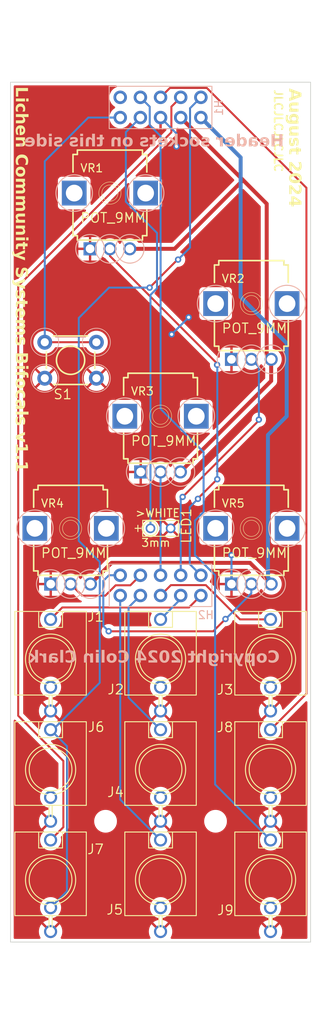
<source format=kicad_pcb>
(kicad_pcb (version 20221018) (generator pcbnew)
  (title_block (title "Lichen Bifocals") (date "2024-02-21") (rev "1.0") (company "Lichen Community Systems"))
  (layers (0 "F.Cu" signal) (31 "B.Cu" signal) (34 "B.Paste" user) (35 "F.Paste" user) (36 "B.SilkS" user "B.Silkscreen") (37 "F.SilkS" user "F.Silkscreen") (38 "B.Mask" user) (39 "F.Mask" user) (44 "Edge.Cuts" user))
  (net 0 "")
  (net 1 "GND")
  (net 2 "LED_CV_OUT")
  (net 3 "JACK_CV_5")
  (net 4 "JACK_CV_1")
  (net 5 "POT_1_CV_6")
  (net 6 "JACK_CV_2")
  (net 7 "POT_2_CV_7")
  (net 8 "JACK_CV_3")
  (net 9 "POT_3_CV_8")
  (net 10 "JACK_CV_4")
  (net 11 "BUTTON")
  (net 12 "AUDIO_IN_L")
  (net 13 "AUDIO_IN_R")
  (net 14 "AUDIO_OUT_L")
  (net 15 "AUDIO_OUT_R")
  (net 17 "+3.3V")
  (net 18 "POT_4_CV_9")
  (net 19 "POT_5_CV_10")
  (net 20 "+5V")
  (footprint "ES_Daisy_Patch_SM_FB_Rev1:S_JACK" (layer "F.Cu") (at 134.004 210.429)
    (fp_text reference "J9" (at -6.814 4.531 180) (layer "F.SilkS") (effects (font (size 1.2065 1.2065)) (justify left bottom)))
    (fp_text value "EURO_JACK" hide)
    (fp_line (start -4.5 -6) (end -4.5 4.5) (stroke (width 0.127)) (layer "F.SilkS"))
    (fp_line (start -4.5 -6) (end -1.5 -6) (stroke (width 0.127)) (layer "F.SilkS"))
    (fp_line (start -4.5 4.5) (end 0.2 4.5) (stroke (width 0.127)) (layer "F.SilkS"))
    (fp_line (start -1.5 -6) (end -1.5 -4) (stroke (width 0.127)) (layer "F.SilkS"))
    (fp_line (start -1.5 -6) (end 1.5 -6) (stroke (width 0.127)) (layer "F.SilkS"))
    (fp_line (start -1.5 -4) (end 1.5 -4) (stroke (width 0.127)) (layer "F.SilkS"))
    (fp_line (start -0.2 4.6) (end -0.2 6.7) (stroke (width 0.127)) (layer "F.SilkS"))
    (fp_line (start -0.2 6.7) (end 0.2 6.7) (stroke (width 0.127)) (layer "F.SilkS"))
    (fp_line (start 0.2 4.5) (end 4.5 4.5) (stroke (width 0.127)) (layer "F.SilkS"))
    (fp_line (start 0.2 6.7) (end 0.2 4.5) (stroke (width 0.127)) (layer "F.SilkS"))
    (fp_line (start 1.5 -6) (end 4.5 -6) (stroke (width 0.127)) (layer "F.SilkS"))
    (fp_line (start 1.5 -4) (end 1.5 -6) (stroke (width 0.127)) (layer "F.SilkS"))
    (fp_line (start 4.5 4.5) (end 4.5 -6) (stroke (width 0.127)) (layer "F.SilkS"))
    (fp_circle (center 0 0) (end 2.690721 0) (stroke (width 0.127)) (fill none) (layer "F.SilkS"))
    (fp_circle (center 0 0) (end 3.162275 0) (stroke (width 0.127)) (fill none) (layer "F.SilkS"))
    (pad "GND" thru_hole circle (at 0 6.5) (size 1.65 1.65) (drill 1.1) (layers "*.Cu" "*.Mask") (net 1 "GND"))
    (pad "NORM" thru_hole circle (at 0 3.5) (size 1.65 1.65) (drill 1.1) (layers "*.Cu" "*.Mask"))
    (pad "TIP" thru_hole circle (at 0 -5) (size 1.65 1.65) (drill 1.1) (layers "*.Cu" "*.Mask") (net 15 "AUDIO_OUT_R"))
  )
  (footprint "ES_Daisy_Patch_SM_FB_Rev1:S_JACK" (layer "F.Cu") (at 106.297 196.577)
    (fp_text reference "J6" (at 4.614 -4.627 180) (layer "F.SilkS") (effects (font (size 1.2065 1.2065)) (justify left bottom)))
    (fp_text value "EURO_JACK" hide)
    (fp_line (start -4.5 -6) (end -4.5 4.5) (stroke (width 0.127)) (layer "F.SilkS"))
    (fp_line (start -4.5 -6) (end -1.5 -6) (stroke (width 0.127)) (layer "F.SilkS"))
    (fp_line (start -4.5 4.5) (end 0.2 4.5) (stroke (width 0.127)) (layer "F.SilkS"))
    (fp_line (start -1.5 -6) (end -1.5 -4) (stroke (width 0.127)) (layer "F.SilkS"))
    (fp_line (start -1.5 -6) (end 1.5 -6) (stroke (width 0.127)) (layer "F.SilkS"))
    (fp_line (start -1.5 -4) (end 1.5 -4) (stroke (width 0.127)) (layer "F.SilkS"))
    (fp_line (start -0.2 4.6) (end -0.2 6.7) (stroke (width 0.127)) (layer "F.SilkS"))
    (fp_line (start -0.2 6.7) (end 0.2 6.7) (stroke (width 0.127)) (layer "F.SilkS"))
    (fp_line (start 0.2 4.5) (end 4.5 4.5) (stroke (width 0.127)) (layer "F.SilkS"))
    (fp_line (start 0.2 6.7) (end 0.2 4.5) (stroke (width 0.127)) (layer "F.SilkS"))
    (fp_line (start 1.5 -6) (end 4.5 -6) (stroke (width 0.127)) (layer "F.SilkS"))
    (fp_line (start 1.5 -4) (end 1.5 -6) (stroke (width 0.127)) (layer "F.SilkS"))
    (fp_line (start 4.5 4.5) (end 4.5 -6) (stroke (width 0.127)) (layer "F.SilkS"))
    (fp_circle (center 0 0) (end 2.690721 0) (stroke (width 0.127)) (fill none) (layer "F.SilkS"))
    (fp_circle (center 0 0) (end 3.162275 0) (stroke (width 0.127)) (fill none) (layer "F.SilkS"))
    (pad "GND" thru_hole circle (at 0 6.5) (size 1.65 1.65) (drill 1.1) (layers "*.Cu" "*.Mask") (net 1 "GND"))
    (pad "NORM" thru_hole circle (at 0 3.5) (size 1.65 1.65) (drill 1.1) (layers "*.Cu" "*.Mask"))
    (pad "TIP" thru_hole circle (at 0 -5) (size 1.65 1.65) (drill 1.1) (layers "*.Cu" "*.Mask") (net 12 "AUDIO_IN_L"))
  )
  (footprint "ES_Daisy_Patch_SM_FB_Rev1:9MM_SNAP-IN_POT_SILK" (layer "F.Cu") (at 131.587 166.284)
    (fp_text reference "VR5" (at -3.81 -2.54) (layer "F.SilkS") (effects (font (size 1.01346 1.01346)) (justify left bottom)))
    (fp_text value "POT_9MM" (at -3.81 3.81) (layer "F.SilkS") (effects (font (size 1.2065 1.2065)) (justify left bottom)))
    (fp_circle (center -4.5 0) (end -2.2 0) (stroke (width 0.127)) (fill none) (layer "B.SilkS"))
    (fp_circle (center -2.5 7) (end -0.7 7) (stroke (width 0.127)) (fill none) (layer "B.SilkS"))
    (fp_circle (center 0 7) (end 1.8 7) (stroke (width 0.127)) (fill none) (layer "B.SilkS"))
    (fp_circle (center 2.5 7) (end 4.3 7) (stroke (width 0.127)) (fill none) (layer "B.SilkS"))
    (fp_circle (center 4.5 0) (end 6.8 0) (stroke (width 0.127)) (fill none) (layer "B.SilkS"))
    (fp_line (start -4.65 -2.65) (end -4.65 -4.85) (stroke (width 0.2032)) (layer "F.SilkS"))
    (fp_line (start -4.65 5.35) (end -4.65 2.15) (stroke (width 0.2032)) (layer "F.SilkS"))
    (fp_line (start -4.65 5.35) (end -4.1 5.35) (stroke (width 0.2032)) (layer "F.SilkS"))
    (fp_line (start -4.1 -5.4) (end -4.1 -4.85) (stroke (width 0.2032)) (layer "F.SilkS"))
    (fp_line (start -4.1 -5.4) (end 4.1 -5.4) (stroke (width 0.2032)) (layer "F.SilkS"))
    (fp_line (start -4.1 -4.85) (end -4.65 -4.85) (stroke (width 0.2032)) (layer "F.SilkS"))
    (fp_line (start -4.1 5.35) (end -4.1 5.9) (stroke (width 0.2032)) (layer "F.SilkS"))
    (fp_line (start 4.1 -4.85) (end 4.1 -5.4) (stroke (width 0.2032)) (layer "F.SilkS"))
    (fp_line (start 4.1 5.35) (end 4.65 5.35) (stroke (width 0.2032)) (layer "F.SilkS"))
    (fp_line (start 4.1 5.9) (end -4.1 5.9) (stroke (width 0.2032)) (layer "F.SilkS"))
    (fp_line (start 4.1 5.9) (end 4.1 5.35) (stroke (width 0.2032)) (layer "F.SilkS"))
    (fp_line (start 4.65 -4.85) (end 4.1 -4.85) (stroke (width 0.2032)) (layer "F.SilkS"))
    (fp_line (start 4.65 -4.85) (end 4.65 -2.65) (stroke (width 0.2032)) (layer "F.SilkS"))
    (fp_line (start 4.65 2.15) (end 4.65 5.35) (stroke (width 0.2032)) (layer "F.SilkS"))
    (fp_circle (center 0 0) (end 1.016 0) (stroke (width 0.0508)) (fill none) (layer "F.SilkS"))
    (fp_circle (center 0 0) (end 1.397 0) (stroke (width 0.0508)) (fill none) (layer "F.SilkS"))
    (pad "1" thru_hole rect (at -2.5 7 270) (size 1.65 1.65) (drill 1.1) (layers "*.Cu" "*.Mask") (net 1 "GND"))
    (pad "2" thru_hole circle (at 0 7 270) (size 1.65 1.65) (drill 1.1) (layers "*.Cu" "*.Mask") (net 19 "POT_5_CV_10"))
    (pad "3" thru_hole circle (at 2.5 7 270) (size 1.65 1.65) (drill 1.1) (layers "*.Cu" "*.Mask") (net 17 "+3.3V"))
    (pad "CHASSIS1" thru_hole rect (at -4.5 0 270) (size 3.116 3.116) (drill 2.1) (layers "*.Cu" "*.Mask"))
    (pad "CHASSIS2" thru_hole rect (at 4.5 0 270) (size 3.116 3.116) (drill 2.1) (layers "*.Cu" "*.Mask"))
  )
  (footprint "ES_Daisy_Patch_SM_FB_Rev1:9MM_SNAP-IN_POT_SILK" (layer "F.Cu") (at 113.772 124.176)
    (fp_text reference "VR1" (at -3.81 -2.54) (layer "F.SilkS") (effects (font (size 1.01346 1.01346)) (justify left bottom)))
    (fp_text value "POT_9MM" (at -3.81 3.81) (layer "F.SilkS") (effects (font (size 1.2065 1.2065)) (justify left bottom)))
    (fp_circle (center -4.5 0) (end -2.2 0) (stroke (width 0.127)) (fill none) (layer "B.SilkS"))
    (fp_circle (center -2.5 7) (end -0.7 7) (stroke (width 0.127)) (fill none) (layer "B.SilkS"))
    (fp_circle (center 0 7) (end 1.8 7) (stroke (width 0.127)) (fill none) (layer "B.SilkS"))
    (fp_circle (center 2.5 7) (end 4.3 7) (stroke (width 0.127)) (fill none) (layer "B.SilkS"))
    (fp_circle (center 4.5 0) (end 6.8 0) (stroke (width 0.127)) (fill none) (layer "B.SilkS"))
    (fp_line (start -4.65 -2.65) (end -4.65 -4.85) (stroke (width 0.2032)) (layer "F.SilkS"))
    (fp_line (start -4.65 5.35) (end -4.65 2.15) (stroke (width 0.2032)) (layer "F.SilkS"))
    (fp_line (start -4.65 5.35) (end -4.1 5.35) (stroke (width 0.2032)) (layer "F.SilkS"))
    (fp_line (start -4.1 -5.4) (end -4.1 -4.85) (stroke (width 0.2032)) (layer "F.SilkS"))
    (fp_line (start -4.1 -5.4) (end 4.1 -5.4) (stroke (width 0.2032)) (layer "F.SilkS"))
    (fp_line (start -4.1 -4.85) (end -4.65 -4.85) (stroke (width 0.2032)) (layer "F.SilkS"))
    (fp_line (start -4.1 5.35) (end -4.1 5.9) (stroke (width 0.2032)) (layer "F.SilkS"))
    (fp_line (start 4.1 -4.85) (end 4.1 -5.4) (stroke (width 0.2032)) (layer "F.SilkS"))
    (fp_line (start 4.1 5.35) (end 4.65 5.35) (stroke (width 0.2032)) (layer "F.SilkS"))
    (fp_line (start 4.1 5.9) (end -4.1 5.9) (stroke (width 0.2032)) (layer "F.SilkS"))
    (fp_line (start 4.1 5.9) (end 4.1 5.35) (stroke (width 0.2032)) (layer "F.SilkS"))
    (fp_line (start 4.65 -4.85) (end 4.1 -4.85) (stroke (width 0.2032)) (layer "F.SilkS"))
    (fp_line (start 4.65 -4.85) (end 4.65 -2.65) (stroke (width 0.2032)) (layer "F.SilkS"))
    (fp_line (start 4.65 2.15) (end 4.65 5.35) (stroke (width 0.2032)) (layer "F.SilkS"))
    (fp_circle (center 0 0) (end 1.016 0) (stroke (width 0.0508)) (fill none) (layer "F.SilkS"))
    (fp_circle (center 0 0) (end 1.397 0) (stroke (width 0.0508)) (fill none) (layer "F.SilkS"))
    (pad "1" thru_hole rect (at -2.5 7 270) (size 1.65 1.65) (drill 1.1) (layers "*.Cu" "*.Mask") (net 1 "GND"))
    (pad "2" thru_hole circle (at 0 7 270) (size 1.65 1.65) (drill 1.1) (layers "*.Cu" "*.Mask") (net 5 "POT_1_CV_6"))
    (pad "3" thru_hole circle (at 2.5 7 270) (size 1.65 1.65) (drill 1.1) (layers "*.Cu" "*.Mask") (net 20 "+5V"))
    (pad "CHASSIS1" thru_hole rect (at -4.5 0 270) (size 3.116 3.116) (drill 2.1) (layers "*.Cu" "*.Mask"))
    (pad "CHASSIS2" thru_hole rect (at 4.5 0 270) (size 3.116 3.116) (drill 2.1) (layers "*.Cu" "*.Mask"))
  )
  (footprint "ES_Daisy_Patch_SM_FB_Rev1:9MM_SNAP-IN_POT_SILK" (layer "F.Cu") (at 120.15 152.203)
    (fp_text reference "VR3" (at -3.81 -2.54) (layer "F.SilkS") (effects (font (size 1.01346 1.01346)) (justify left bottom)))
    (fp_text value "POT_9MM" (at -3.81 3.81) (layer "F.SilkS") (effects (font (size 1.2065 1.2065)) (justify left bottom)))
    (fp_circle (center -4.5 0) (end -2.2 0) (stroke (width 0.127)) (fill none) (layer "B.SilkS"))
    (fp_circle (center -2.5 7) (end -0.7 7) (stroke (width 0.127)) (fill none) (layer "B.SilkS"))
    (fp_circle (center 0 7) (end 1.8 7) (stroke (width 0.127)) (fill none) (layer "B.SilkS"))
    (fp_circle (center 2.5 7) (end 4.3 7) (stroke (width 0.127)) (fill none) (layer "B.SilkS"))
    (fp_circle (center 4.5 0) (end 6.8 0) (stroke (width 0.127)) (fill none) (layer "B.SilkS"))
    (fp_line (start -4.65 -2.65) (end -4.65 -4.85) (stroke (width 0.2032)) (layer "F.SilkS"))
    (fp_line (start -4.65 5.35) (end -4.65 2.15) (stroke (width 0.2032)) (layer "F.SilkS"))
    (fp_line (start -4.65 5.35) (end -4.1 5.35) (stroke (width 0.2032)) (layer "F.SilkS"))
    (fp_line (start -4.1 -5.4) (end -4.1 -4.85) (stroke (width 0.2032)) (layer "F.SilkS"))
    (fp_line (start -4.1 -5.4) (end 4.1 -5.4) (stroke (width 0.2032)) (layer "F.SilkS"))
    (fp_line (start -4.1 -4.85) (end -4.65 -4.85) (stroke (width 0.2032)) (layer "F.SilkS"))
    (fp_line (start -4.1 5.35) (end -4.1 5.9) (stroke (width 0.2032)) (layer "F.SilkS"))
    (fp_line (start 4.1 -4.85) (end 4.1 -5.4) (stroke (width 0.2032)) (layer "F.SilkS"))
    (fp_line (start 4.1 5.35) (end 4.65 5.35) (stroke (width 0.2032)) (layer "F.SilkS"))
    (fp_line (start 4.1 5.9) (end -4.1 5.9) (stroke (width 0.2032)) (layer "F.SilkS"))
    (fp_line (start 4.1 5.9) (end 4.1 5.35) (stroke (width 0.2032)) (layer "F.SilkS"))
    (fp_line (start 4.65 -4.85) (end 4.1 -4.85) (stroke (width 0.2032)) (layer "F.SilkS"))
    (fp_line (start 4.65 -4.85) (end 4.65 -2.65) (stroke (width 0.2032)) (layer "F.SilkS"))
    (fp_line (start 4.65 2.15) (end 4.65 5.35) (stroke (width 0.2032)) (layer "F.SilkS"))
    (fp_circle (center 0 0) (end 1.016 0) (stroke (width 0.0508)) (fill none) (layer "F.SilkS"))
    (fp_circle (center 0 0) (end 1.397 0) (stroke (width 0.0508)) (fill none) (layer "F.SilkS"))
    (pad "1" thru_hole rect (at -2.5 7 270) (size 1.65 1.65) (drill 1.1) (layers "*.Cu" "*.Mask") (net 1 "GND"))
    (pad "2" thru_hole circle (at 0 7 270) (size 1.65 1.65) (drill 1.1) (layers "*.Cu" "*.Mask") (net 9 "POT_3_CV_8"))
    (pad "3" thru_hole circle (at 2.5 7 270) (size 1.65 1.65) (drill 1.1) (layers "*.Cu" "*.Mask") (net 20 "+5V"))
    (pad "CHASSIS1" thru_hole rect (at -4.5 0 270) (size 3.116 3.116) (drill 2.1) (layers "*.Cu" "*.Mask"))
    (pad "CHASSIS2" thru_hole rect (at 4.5 0 270) (size 3.116 3.116) (drill 2.1) (layers "*.Cu" "*.Mask"))
  )
  (footprint "ES_Daisy_Patch_SM_FB_Rev1:S_JACK" (layer "F.Cu") (at 120.15 210.429)
    (fp_text reference "J5" (at -6.9 4.461 180) (layer "F.SilkS") (effects (font (size 1.2065 1.2065)) (justify left bottom)))
    (fp_text value "EURO_JACK" hide)
    (fp_line (start -4.5 -6) (end -4.5 4.5) (stroke (width 0.127)) (layer "F.SilkS"))
    (fp_line (start -4.5 -6) (end -1.5 -6) (stroke (width 0.127)) (layer "F.SilkS"))
    (fp_line (start -4.5 4.5) (end 0.2 4.5) (stroke (width 0.127)) (layer "F.SilkS"))
    (fp_line (start -1.5 -6) (end -1.5 -4) (stroke (width 0.127)) (layer "F.SilkS"))
    (fp_line (start -1.5 -6) (end 1.5 -6) (stroke (width 0.127)) (layer "F.SilkS"))
    (fp_line (start -1.5 -4) (end 1.5 -4) (stroke (width 0.127)) (layer "F.SilkS"))
    (fp_line (start -0.2 4.6) (end -0.2 6.7) (stroke (width 0.127)) (layer "F.SilkS"))
    (fp_line (start -0.2 6.7) (end 0.2 6.7) (stroke (width 0.127)) (layer "F.SilkS"))
    (fp_line (start 0.2 4.5) (end 4.5 4.5) (stroke (width 0.127)) (layer "F.SilkS"))
    (fp_line (start 0.2 6.7) (end 0.2 4.5) (stroke (width 0.127)) (layer "F.SilkS"))
    (fp_line (start 1.5 -6) (end 4.5 -6) (stroke (width 0.127)) (layer "F.SilkS"))
    (fp_line (start 1.5 -4) (end 1.5 -6) (stroke (width 0.127)) (layer "F.SilkS"))
    (fp_line (start 4.5 4.5) (end 4.5 -6) (stroke (width 0.127)) (layer "F.SilkS"))
    (fp_circle (center 0 0) (end 2.690721 0) (stroke (width 0.127)) (fill none) (layer "F.SilkS"))
    (fp_circle (center 0 0) (end 3.162275 0) (stroke (width 0.127)) (fill none) (layer "F.SilkS"))
    (pad "GND" thru_hole circle (at 0 6.5) (size 1.65 1.65) (drill 1.1) (layers "*.Cu" "*.Mask") (net 1 "GND"))
    (pad "NORM" thru_hole circle (at 0 3.5) (size 1.65 1.65) (drill 1.1) (layers "*.Cu" "*.Mask"))
    (pad "TIP" thru_hole circle (at 0 -5) (size 1.65 1.65) (drill 1.1) (layers "*.Cu" "*.Mask") (net 3 "JACK_CV_5"))
  )
  (footprint "ES_Daisy_Patch_SM_FB_Rev1:9MM_SNAP-IN_POT_SILK" (layer "F.Cu") (at 108.816 166.284)
    (fp_text reference "VR4" (at -3.81 -2.54) (layer "F.SilkS") (effects (font (size 1.01346 1.01346)) (justify left bottom)))
    (fp_text value "POT_9MM" (at -3.81 3.81) (layer "F.SilkS") (effects (font (size 1.2065 1.2065)) (justify left bottom)))
    (fp_circle (center -4.5 0) (end -2.2 0) (stroke (width 0.127)) (fill none) (layer "B.SilkS"))
    (fp_circle (center -2.5 7) (end -0.7 7) (stroke (width 0.127)) (fill none) (layer "B.SilkS"))
    (fp_circle (center 0 7) (end 1.8 7) (stroke (width 0.127)) (fill none) (layer "B.SilkS"))
    (fp_circle (center 2.5 7) (end 4.3 7) (stroke (width 0.127)) (fill none) (layer "B.SilkS"))
    (fp_circle (center 4.5 0) (end 6.8 0) (stroke (width 0.127)) (fill none) (layer "B.SilkS"))
    (fp_line (start -4.65 -2.65) (end -4.65 -4.85) (stroke (width 0.2032)) (layer "F.SilkS"))
    (fp_line (start -4.65 5.35) (end -4.65 2.15) (stroke (width 0.2032)) (layer "F.SilkS"))
    (fp_line (start -4.65 5.35) (end -4.1 5.35) (stroke (width 0.2032)) (layer "F.SilkS"))
    (fp_line (start -4.1 -5.4) (end -4.1 -4.85) (stroke (width 0.2032)) (layer "F.SilkS"))
    (fp_line (start -4.1 -5.4) (end 4.1 -5.4) (stroke (width 0.2032)) (layer "F.SilkS"))
    (fp_line (start -4.1 -4.85) (end -4.65 -4.85) (stroke (width 0.2032)) (layer "F.SilkS"))
    (fp_line (start -4.1 5.35) (end -4.1 5.9) (stroke (width 0.2032)) (layer "F.SilkS"))
    (fp_line (start 4.1 -4.85) (end 4.1 -5.4) (stroke (width 0.2032)) (layer "F.SilkS"))
    (fp_line (start 4.1 5.35) (end 4.65 5.35) (stroke (width 0.2032)) (layer "F.SilkS"))
    (fp_line (start 4.1 5.9) (end -4.1 5.9) (stroke (width 0.2032)) (layer "F.SilkS"))
    (fp_line (start 4.1 5.9) (end 4.1 5.35) (stroke (width 0.2032)) (layer "F.SilkS"))
    (fp_line (start 4.65 -4.85) (end 4.1 -4.85) (stroke (width 0.2032)) (layer "F.SilkS"))
    (fp_line (start 4.65 -4.85) (end 4.65 -2.65) (stroke (width 0.2032)) (layer "F.SilkS"))
    (fp_line (start 4.65 2.15) (end 4.65 5.35) (stroke (width 0.2032)) (layer "F.SilkS"))
    (fp_circle (center 0 0) (end 1.016 0) (stroke (width 0.0508)) (fill none) (layer "F.SilkS"))
    (fp_circle (center 0 0) (end 1.397 0) (stroke (width 0.0508)) (fill none) (layer "F.SilkS"))
    (pad "1" thru_hole rect (at -2.5 7 270) (size 1.65 1.65) (drill 1.1) (layers "*.Cu" "*.Mask") (net 1 "GND"))
    (pad "2" thru_hole circle (at 0 7 270) (size 1.65 1.65) (drill 1.1) (layers "*.Cu" "*.Mask") (net 18 "POT_4_CV_9"))
    (pad "3" thru_hole circle (at 2.5 7 270) (size 1.65 1.65) (drill 1.1) (layers "*.Cu" "*.Mask") (net 17 "+3.3V"))
    (pad "CHASSIS1" thru_hole rect (at -4.5 0 270) (size 3.116 3.116) (drill 2.1) (layers "*.Cu" "*.Mask"))
    (pad "CHASSIS2" thru_hole rect (at 4.5 0 270) (size 3.116 3.116) (drill 2.1) (layers "*.Cu" "*.Mask"))
  )
  (footprint "ES_Daisy_Patch_SM_FB_Rev1:S_JACK" (layer "F.Cu") (at 120.15 182.723)
    (fp_text reference "J2" (at -6.776 4.507 180) (layer "F.SilkS") (effects (font (size 1.2065 1.2065)) (justify left bottom)))
    (fp_text value "EURO_JACK" hide)
    (fp_line (start -4.5 -6) (end -4.5 4.5) (stroke (width 0.127)) (layer "F.SilkS"))
    (fp_line (start -4.5 -6) (end -1.5 -6) (stroke (width 0.127)) (layer "F.SilkS"))
    (fp_line (start -4.5 4.5) (end 0.2 4.5) (stroke (width 0.127)) (layer "F.SilkS"))
    (fp_line (start -1.5 -6) (end -1.5 -4) (stroke (width 0.127)) (layer "F.SilkS"))
    (fp_line (start -1.5 -6) (end 1.5 -6) (stroke (width 0.127)) (layer "F.SilkS"))
    (fp_line (start -1.5 -4) (end 1.5 -4) (stroke (width 0.127)) (layer "F.SilkS"))
    (fp_line (start -0.2 4.6) (end -0.2 6.7) (stroke (width 0.127)) (layer "F.SilkS"))
    (fp_line (start -0.2 6.7) (end 0.2 6.7) (stroke (width 0.127)) (layer "F.SilkS"))
    (fp_line (start 0.2 4.5) (end 4.5 4.5) (stroke (width 0.127)) (layer "F.SilkS"))
    (fp_line (start 0.2 6.7) (end 0.2 4.5) (stroke (width 0.127)) (layer "F.SilkS"))
    (fp_line (start 1.5 -6) (end 4.5 -6) (stroke (width 0.127)) (layer "F.SilkS"))
    (fp_line (start 1.5 -4) (end 1.5 -6) (stroke (width 0.127)) (layer "F.SilkS"))
    (fp_line (start 4.5 4.5) (end 4.5 -6) (stroke (width 0.127)) (layer "F.SilkS"))
    (fp_circle (center 0 0) (end 2.690721 0) (stroke (width 0.127)) (fill none) (layer "F.SilkS"))
    (fp_circle (center 0 0) (end 3.162275 0) (stroke (width 0.127)) (fill none) (layer "F.SilkS"))
    (pad "GND" thru_hole circle (at 0 6.5) (size 1.65 1.65) (drill 1.1) (layers "*.Cu" "*.Mask") (net 1 "GND"))
    (pad "NORM" thru_hole circle (at 0 3.5) (size 1.65 1.65) (drill 1.1) (layers "*.Cu" "*.Mask"))
    (pad "TIP" thru_hole circle (at 0 -5) (size 1.65 1.65) (drill 1.1) (layers "*.Cu" "*.Mask") (net 6 "JACK_CV_2"))
  )
  (footprint "ES_Daisy_Patch_SM_FB_Rev1:S_JACK" (layer "F.Cu") (at 120.15 196.577)
    (fp_text reference "J4" (at -6.81 3.553 180) (layer "F.SilkS") (effects (font (size 1.2065 1.2065)) (justify left bottom)))
    (fp_text value "EURO_JACK" hide)
    (fp_line (start -4.5 -6) (end -4.5 4.5) (stroke (width 0.127)) (layer "F.SilkS"))
    (fp_line (start -4.5 -6) (end -1.5 -6) (stroke (width 0.127)) (layer "F.SilkS"))
    (fp_line (start -4.5 4.5) (end 0.2 4.5) (stroke (width 0.127)) (layer "F.SilkS"))
    (fp_line (start -1.5 -6) (end -1.5 -4) (stroke (width 0.127)) (layer "F.SilkS"))
    (fp_line (start -1.5 -6) (end 1.5 -6) (stroke (width 0.127)) (layer "F.SilkS"))
    (fp_line (start -1.5 -4) (end 1.5 -4) (stroke (width 0.127)) (layer "F.SilkS"))
    (fp_line (start -0.2 4.6) (end -0.2 6.7) (stroke (width 0.127)) (layer "F.SilkS"))
    (fp_line (start -0.2 6.7) (end 0.2 6.7) (stroke (width 0.127)) (layer "F.SilkS"))
    (fp_line (start 0.2 4.5) (end 4.5 4.5) (stroke (width 0.127)) (layer "F.SilkS"))
    (fp_line (start 0.2 6.7) (end 0.2 4.5) (stroke (width 0.127)) (layer "F.SilkS"))
    (fp_line (start 1.5 -6) (end 4.5 -6) (stroke (width 0.127)) (layer "F.SilkS"))
    (fp_line (start 1.5 -4) (end 1.5 -6) (stroke (width 0.127)) (layer "F.SilkS"))
    (fp_line (start 4.5 4.5) (end 4.5 -6) (stroke (width 0.127)) (layer "F.SilkS"))
    (fp_circle (center 0 0) (end 2.690721 0) (stroke (width 0.127)) (fill none) (layer "F.SilkS"))
    (fp_circle (center 0 0) (end 3.162275 0) (stroke (width 0.127)) (fill none) (layer "F.SilkS"))
    (pad "GND" thru_hole circle (at 0 6.5) (size 1.65 1.65) (drill 1.1) (layers "*.Cu" "*.Mask") (net 1 "GND"))
    (pad "NORM" thru_hole circle (at 0 3.5) (size 1.65 1.65) (drill 1.1) (layers "*.Cu" "*.Mask"))
    (pad "TIP" thru_hole circle (at 0 -5) (size 1.65 1.65) (drill 1.1) (layers "*.Cu" "*.Mask") (net 10 "JACK_CV_4"))
  )
  (footprint "ES_Daisy_Patch_SM_FB_Rev1:S_JACK" (layer "F.Cu") (at 134.004 182.723)
    (fp_text reference "J3" (at -6.85 4.537 180) (layer "F.SilkS") (effects (font (size 1.2065 1.2065)) (justify left bottom)))
    (fp_text value "EURO_JACK" hide)
    (fp_line (start -4.5 -6) (end -4.5 4.5) (stroke (width 0.127)) (layer "F.SilkS"))
    (fp_line (start -4.5 -6) (end -1.5 -6) (stroke (width 0.127)) (layer "F.SilkS"))
    (fp_line (start -4.5 4.5) (end 0.2 4.5) (stroke (width 0.127)) (layer "F.SilkS"))
    (fp_line (start -1.5 -6) (end -1.5 -4) (stroke (width 0.127)) (layer "F.SilkS"))
    (fp_line (start -1.5 -6) (end 1.5 -6) (stroke (width 0.127)) (layer "F.SilkS"))
    (fp_line (start -1.5 -4) (end 1.5 -4) (stroke (width 0.127)) (layer "F.SilkS"))
    (fp_line (start -0.2 4.6) (end -0.2 6.7) (stroke (width 0.127)) (layer "F.SilkS"))
    (fp_line (start -0.2 6.7) (end 0.2 6.7) (stroke (width 0.127)) (layer "F.SilkS"))
    (fp_line (start 0.2 4.5) (end 4.5 4.5) (stroke (width 0.127)) (layer "F.SilkS"))
    (fp_line (start 0.2 6.7) (end 0.2 4.5) (stroke (width 0.127)) (layer "F.SilkS"))
    (fp_line (start 1.5 -6) (end 4.5 -6) (stroke (width 0.127)) (layer "F.SilkS"))
    (fp_line (start 1.5 -4) (end 1.5 -6) (stroke (width 0.127)) (layer "F.SilkS"))
    (fp_line (start 4.5 4.5) (end 4.5 -6) (stroke (width 0.127)) (layer "F.SilkS"))
    (fp_circle (center 0 0) (end 2.690721 0) (stroke (width 0.127)) (fill none) (layer "F.SilkS"))
    (fp_circle (center 0 0) (end 3.162275 0) (stroke (width 0.127)) (fill none) (layer "F.SilkS"))
    (pad "GND" thru_hole circle (at 0 6.5) (size 1.65 1.65) (drill 1.1) (layers "*.Cu" "*.Mask") (net 1 "GND"))
    (pad "NORM" thru_hole circle (at 0 3.5) (size 1.65 1.65) (drill 1.1) (layers "*.Cu" "*.Mask"))
    (pad "TIP" thru_hole circle (at 0 -5) (size 1.65 1.65) (drill 1.1) (layers "*.Cu" "*.Mask") (net 8 "JACK_CV_3"))
  )
  (footprint "ES_Daisy_Patch_SM_FB_Rev1:S_JACK" (layer "F.Cu") (at 134.004 196.577)
    (fp_text reference "J8" (at -6.874 -4.597 180) (layer "F.SilkS") (effects (font (size 1.2065 1.2065)) (justify left bottom)))
    (fp_text value "EURO_JACK" hide)
    (fp_line (start -4.5 -6) (end -4.5 4.5) (stroke (width 0.127)) (layer "F.SilkS"))
    (fp_line (start -4.5 -6) (end -1.5 -6) (stroke (width 0.127)) (layer "F.SilkS"))
    (fp_line (start -4.5 4.5) (end 0.2 4.5) (stroke (width 0.127)) (layer "F.SilkS"))
    (fp_line (start -1.5 -6) (end -1.5 -4) (stroke (width 0.127)) (layer "F.SilkS"))
    (fp_line (start -1.5 -6) (end 1.5 -6) (stroke (width 0.127)) (layer "F.SilkS"))
    (fp_line (start -1.5 -4) (end 1.5 -4) (stroke (width 0.127)) (layer "F.SilkS"))
    (fp_line (start -0.2 4.6) (end -0.2 6.7) (stroke (width 0.127)) (layer "F.SilkS"))
    (fp_line (start -0.2 6.7) (end 0.2 6.7) (stroke (width 0.127)) (layer "F.SilkS"))
    (fp_line (start 0.2 4.5) (end 4.5 4.5) (stroke (width 0.127)) (layer "F.SilkS"))
    (fp_line (start 0.2 6.7) (end 0.2 4.5) (stroke (width 0.127)) (layer "F.SilkS"))
    (fp_line (start 1.5 -6) (end 4.5 -6) (stroke (width 0.127)) (layer "F.SilkS"))
    (fp_line (start 1.5 -4) (end 1.5 -6) (stroke (width 0.127)) (layer "F.SilkS"))
    (fp_line (start 4.5 4.5) (end 4.5 -6) (stroke (width 0.127)) (layer "F.SilkS"))
    (fp_circle (center 0 0) (end 2.690721 0) (stroke (width 0.127)) (fill none) (layer "F.SilkS"))
    (fp_circle (center 0 0) (end 3.162275 0) (stroke (width 0.127)) (fill none) (layer "F.SilkS"))
    (pad "GND" thru_hole circle (at 0 6.5) (size 1.65 1.65) (drill 1.1) (layers "*.Cu" "*.Mask") (net 1 "GND"))
    (pad "NORM" thru_hole circle (at 0 3.5) (size 1.65 1.65) (drill 1.1) (layers "*.Cu" "*.Mask"))
    (pad "TIP" thru_hole circle (at 0 -5) (size 1.65 1.65) (drill 1.1) (layers "*.Cu" "*.Mask") (net 14 "AUDIO_OUT_L"))
  )
  (footprint "ES_Daisy_Patch_SM_FB_Rev1:9MM_SNAP-IN_POT_SILK" (layer "F.Cu") (at 131.587 138.057)
    (fp_text reference "VR2" (at -3.81 -2.54) (layer "F.SilkS") (effects (font (size 1.01346 1.01346)) (justify left bottom)))
    (fp_text value "POT_9MM" (at -3.81 3.81) (layer "F.SilkS") (effects (font (size 1.2065 1.2065)) (justify left bottom)))
    (fp_circle (center -4.5 0) (end -2.2 0) (stroke (width 0.127)) (fill none) (layer "B.SilkS"))
    (fp_circle (center -2.5 7) (end -0.7 7) (stroke (width 0.127)) (fill none) (layer "B.SilkS"))
    (fp_circle (center 0 7) (end 1.8 7) (stroke (width 0.127)) (fill none) (layer "B.SilkS"))
    (fp_circle (center 2.5 7) (end 4.3 7) (stroke (width 0.127)) (fill none) (layer "B.SilkS"))
    (fp_circle (center 4.5 0) (end 6.8 0) (stroke (width 0.127)) (fill none) (layer "B.SilkS"))
    (fp_line (start -4.65 -2.65) (end -4.65 -4.85) (stroke (width 0.2032)) (layer "F.SilkS"))
    (fp_line (start -4.65 5.35) (end -4.65 2.15) (stroke (width 0.2032)) (layer "F.SilkS"))
    (fp_line (start -4.65 5.35) (end -4.1 5.35) (stroke (width 0.2032)) (layer "F.SilkS"))
    (fp_line (start -4.1 -5.4) (end -4.1 -4.85) (stroke (width 0.2032)) (layer "F.SilkS"))
    (fp_line (start -4.1 -5.4) (end 4.1 -5.4) (stroke (width 0.2032)) (layer "F.SilkS"))
    (fp_line (start -4.1 -4.85) (end -4.65 -4.85) (stroke (width 0.2032)) (layer "F.SilkS"))
    (fp_line (start -4.1 5.35) (end -4.1 5.9) (stroke (width 0.2032)) (layer "F.SilkS"))
    (fp_line (start 4.1 -4.85) (end 4.1 -5.4) (stroke (width 0.2032)) (layer "F.SilkS"))
    (fp_line (start 4.1 5.35) (end 4.65 5.35) (stroke (width 0.2032)) (layer "F.SilkS"))
    (fp_line (start 4.1 5.9) (end -4.1 5.9) (stroke (width 0.2032)) (layer "F.SilkS"))
    (fp_line (start 4.1 5.9) (end 4.1 5.35) (stroke (width 0.2032)) (layer "F.SilkS"))
    (fp_line (start 4.65 -4.85) (end 4.1 -4.85) (stroke (width 0.2032)) (layer "F.SilkS"))
    (fp_line (start 4.65 -4.85) (end 4.65 -2.65) (stroke (width 0.2032)) (layer "F.SilkS"))
    (fp_line (start 4.65 2.15) (end 4.65 5.35) (stroke (width 0.2032)) (layer "F.SilkS"))
    (fp_circle (center 0 0) (end 1.016 0) (stroke (width 0.0508)) (fill none) (layer "F.SilkS"))
    (fp_circle (center 0 0) (end 1.397 0) (stroke (width 0.0508)) (fill none) (layer "F.SilkS"))
    (pad "1" thru_hole rect (at -2.5 7 270) (size 1.65 1.65) (drill 1.1) (layers "*.Cu" "*.Mask") (net 1 "GND"))
    (pad "2" thru_hole circle (at 0 7 270) (size 1.65 1.65) (drill 1.1) (layers "*.Cu" "*.Mask") (net 7 "POT_2_CV_7"))
    (pad "3" thru_hole circle (at 2.5 7 270) (size 1.65 1.65) (drill 1.1) (layers "*.Cu" "*.Mask") (net 20 "+5V"))
    (pad "CHASSIS1" thru_hole rect (at -4.5 0 270) (size 3.116 3.116) (drill 2.1) (layers "*.Cu" "*.Mask"))
    (pad "CHASSIS2" thru_hole rect (at 4.5 0 270) (size 3.116 3.116) (drill 2.1) (layers "*.Cu" "*.Mask"))
  )
  (footprint "ES_Daisy_Patch_SM_FB_Rev1:S_JACK" (layer "F.Cu") (at 106.297 210.429)
    (fp_text reference "J7" (at 4.533 -3.129 180) (layer "F.SilkS") (effects (font (size 1.2065 1.2065)) (justify left bottom)))
    (fp_text value "EURO_JACK" hide)
    (fp_line (start -4.5 -6) (end -4.5 4.5) (stroke (width 0.127)) (layer "F.SilkS"))
    (fp_line (start -4.5 -6) (end -1.5 -6) (stroke (width 0.127)) (layer "F.SilkS"))
    (fp_line (start -4.5 4.5) (end 0.2 4.5) (stroke (width 0.127)) (layer "F.SilkS"))
    (fp_line (start -1.5 -6) (end -1.5 -4) (stroke (width 0.127)) (layer "F.SilkS"))
    (fp_line (start -1.5 -6) (end 1.5 -6) (stroke (width 0.127)) (layer "F.SilkS"))
    (fp_line (start -1.5 -4) (end 1.5 -4) (stroke (width 0.127)) (layer "F.SilkS"))
    (fp_line (start -0.2 4.6) (end -0.2 6.7) (stroke (width 0.127)) (layer "F.SilkS"))
    (fp_line (start -0.2 6.7) (end 0.2 6.7) (stroke (width 0.127)) (layer "F.SilkS"))
    (fp_line (start 0.2 4.5) (end 4.5 4.5) (stroke (width 0.127)) (layer "F.SilkS"))
    (fp_line (start 0.2 6.7) (end 0.2 4.5) (stroke (width 0.127)) (layer "F.SilkS"))
    (fp_line (start 1.5 -6) (end 4.5 -6) (stroke (width 0.127)) (layer "F.SilkS"))
    (fp_line (start 1.5 -4) (end 1.5 -6) (stroke (width 0.127)) (layer "F.SilkS"))
    (fp_line (start 4.5 4.5) (end 4.5 -6) (stroke (width 0.127)) (layer "F.SilkS"))
    (fp_circle (center 0 0) (end 2.690721 0) (stroke (width 0.127)) (fill none) (layer "F.SilkS"))
    (fp_circle (center 0 0) (end 3.162275 0) (stroke (width 0.127)) (fill none) (layer "F.SilkS"))
    (pad "GND" thru_hole circle (at 0 6.5) (size 1.65 1.65) (drill 1.1) (layers "*.Cu" "*.Mask") (net 1 "GND"))
    (pad "NORM" thru_hole circle (at 0 3.5) (size 1.65 1.65) (drill 1.1) (layers "*.Cu" "*.Mask") (net 12 "AUDIO_IN_L"))
    (pad "TIP" thru_hole circle (at 0 -5) (size 1.65 1.65) (drill 1.1) (layers "*.Cu" "*.Mask") (net 13 "AUDIO_IN_R"))
  )
  (footprint "ES_Daisy_Patch_SM_FB_Rev1:LED" (layer "F.Cu") (at 120.15 166.284)
    (fp_text reference "LED1" (at 3.96 1.996 270) (layer "F.SilkS") (effects (font (size 1.2065 1.2065)) (justify left bottom)))
    (fp_text value "LED" hide)
    (fp_text user "3mm" (at -2.5 2.396) (layer "F.SilkS") (effects (font (thickness 0.15) bold) (justify left bottom)))
    (fp_text user ">WHITE" (at -3.25 -1.334) (layer "F.SilkS") (effects (font (thickness 0.15) bold) (justify left bottom)))
    (fp_line (start -3.210562 -0.00254) (end -2.473962 -0.00254) (stroke (width 0.127)) (layer "F.SilkS"))
    (fp_line (start -2.854962 0.403859) (end -2.854962 -0.38354) (stroke (width 0.127)) (layer "F.SilkS"))
    (fp_line (start -2.25 -1) (end 2.25 -1) (stroke (width 0.127)) (layer "F.SilkS"))
    (fp_line (start -2.25 1) (end -2.25 -1) (stroke (width 0.127)) (layer "F.SilkS"))
    (fp_line (start 2.25 -1) (end 2.25 1) (stroke (width 0.127)) (layer "F.SilkS"))
    (fp_line (start 2.25 1) (end -2.25 1) (stroke (width 0.127)) (layer "F.SilkS"))
    (fp_circle (center -1.27 0) (end -0.371975 0) (stroke (width 0.127)) (fill none) (layer "F.SilkS"))
    (pad "A" thru_hole circle (at -1.27 0) (size 1.2192 1.2192) (drill 0.8128) (layers "*.Cu" "*.Mask") (net 2 "LED_CV_OUT"))
    (pad "K" thru_hole circle (at 1.27 0) (size 1.2192 1.2192) (drill 0.8128) (layers "*.Cu" "*.Mask") (net 1 "GND"))
  )
  (footprint "ES_Daisy_Patch_SM_FB_Rev1:S_JACK" (layer "F.Cu") (at 106.297 182.723)
    (fp_text reference "J1" (at 4.538 -4.623 180) (layer "F.SilkS") (effects (font (size 1.2065 1.2065)) (justify left bottom)))
    (fp_text value "EURO_JACK" hide)
    (fp_line (start -4.5 -6) (end -4.5 4.5) (stroke (width 0.127)) (layer "F.SilkS"))
    (fp_line (start -4.5 -6) (end -1.5 -6) (stroke (width 0.127)) (layer "F.SilkS"))
    (fp_line (start -4.5 4.5) (end 0.2 4.5) (stroke (width 0.127)) (layer "F.SilkS"))
    (fp_line (start -1.5 -6) (end -1.5 -4) (stroke (width 0.127)) (layer "F.SilkS"))
    (fp_line (start -1.5 -6) (end 1.5 -6) (stroke (width 0.127)) (layer "F.SilkS"))
    (fp_line (start -1.5 -4) (end 1.5 -4) (stroke (width 0.127)) (layer "F.SilkS"))
    (fp_line (start -0.2 4.6) (end -0.2 6.7) (stroke (width 0.127)) (layer "F.SilkS"))
    (fp_line (start -0.2 6.7) (end 0.2 6.7) (stroke (width 0.127)) (layer "F.SilkS"))
    (fp_line (start 0.2 4.5) (end 4.5 4.5) (stroke (width 0.127)) (layer "F.SilkS"))
    (fp_line (start 0.2 6.7) (end 0.2 4.5) (stroke (width 0.127)) (layer "F.SilkS"))
    (fp_line (start 1.5 -6) (end 4.5 -6) (stroke (width 0.127)) (layer "F.SilkS"))
    (fp_line (start 1.5 -4) (end 1.5 -6) (stroke (width 0.127)) (layer "F.SilkS"))
    (fp_line (start 4.5 4.5) (end 4.5 -6) (stroke (width 0.127)) (layer "F.SilkS"))
    (fp_circle (center 0 0) (end 2.690721 0) (stroke (width 0.127)) (fill none) (layer "F.SilkS"))
    (fp_circle (center 0 0) (end 3.162275 0) (stroke (width 0.127)) (fill none) (layer "F.SilkS"))
    (pad "GND" thru_hole circle (at 0 6.5) (size 1.65 1.65) (drill 1.1) (layers "*.Cu" "*.Mask") (net 1 "GND"))
    (pad "NORM" thru_hole circle (at 0 3.5) (size 1.65 1.65) (drill 1.1) (layers "*.Cu" "*.Mask"))
    (pad "TIP" thru_hole circle (at 0 -5) (size 1.65 1.65) (drill 1.1) (layers "*.Cu" "*.Mask") (net 4 "JACK_CV_1"))
  )
  (footprint "ES_Daisy_Patch_SM_FB_Rev1:TL1105SPF250Q_SILK" (layer "F.Cu") (at 108.816 145.17)
    (fp_text reference "S1" (at -2.24 4.99 180) (layer "F.SilkS") (effects (font (size 1.2065 1.2065)) (justify left bottom)))
    (fp_text value "TAC_SWITCH_PTH" hide)
    (fp_circle (center -3.2512 -2.2606) (end -1.4932 -2.2606) (stroke (width 0.1016)) (fill none) (layer "B.SilkS"))
    (fp_circle (center -3.2512 2.2606) (end -1.4932 2.2606) (stroke (width 0.1016)) (fill none) (layer "B.SilkS"))
    (fp_circle (center 3.2512 -2.2606) (end 5.0092 -2.2606) (stroke (width 0.1016)) (fill none) (layer "B.SilkS"))
    (fp_circle (center 3.2512 2.2606) (end 5.0092 2.2606) (stroke (width 0.1016)) (fill none) (layer "B.SilkS"))
    (fp_line (start -3.048 -1.028) (end -3.048 1.016) (stroke (width 0.2032)) (layer "F.SilkS"))
    (fp_line (start -2.159 3.048) (end 2.159 3.048) (stroke (width 0.2032)) (layer "F.SilkS"))
    (fp_line (start 2.159 -3.048) (end -2.159 -3.048) (stroke (width 0.2032)) (layer "F.SilkS"))
    (fp_line (start 3.048 -0.998) (end 3.048 1.016) (stroke (width 0.2032)) (layer "F.SilkS"))
    (fp_circle (center 0 0) (end 1.778 0) (stroke (width 0.2032)) (fill none) (layer "F.SilkS"))
    (pad "1" thru_hole circle (at -3.2512 -2.2606) (size 1.8796 1.8796) (drill 1.016) (layers "*.Cu" "*.Mask") (net 11 "BUTTON"))
    (pad "2" thru_hole circle (at 3.2512 -2.2606) (size 1.8796 1.8796) (drill 1.016) (layers "*.Cu" "*.Mask") (net 11 "BUTTON"))
    (pad "3" thru_hole circle (at -3.2512 2.2606) (size 1.8796 1.8796) (drill 1.016) (layers "*.Cu" "*.Mask") (net 1 "GND"))
    (pad "4" thru_hole circle (at 3.2512 2.2606) (size 1.8796 1.8796) (drill 1.016) (layers "*.Cu" "*.Mask") (net 1 "GND"))
  )
  (footprint "MountingHole:MountingHole_2.2mm_M2" (layer "F.Cu") (at 113.223 203.077)
    (fp_text reference "MH2" hide)
    (fp_text value "MountingHole_2.2mm_M2" hide)
    (pad "" np_thru_hole circle (at 0 0) (size 2.2 2.2) (drill 2.2) (layers "F&B.Cu" "*.Mask"))
  )
  (footprint "MountingHole:MountingHole_2.2mm_M2" (layer "F.Cu") (at 127.077 203.077)
    (fp_text reference "MH2" hide)
    (fp_text value "MountingHole_2.2mm_M2" hide)
    (pad "" np_thru_hole circle (at 0 0) (size 2.2 2.2) (drill 2.2) (layers "*.Cu" "*.Mask"))
  )
  (footprint "PCM_4ms_Connector:Pins_2x05_2.54mm_TH" (layer "B.Cu") (at 120.15 173.45 90)
    (fp_text reference "H2" (at -3.72 5.71 180) (layer "B.SilkS") (effects (justify mirror)))
    (fp_text value "PIN_HEADER_2x5" hide)
    (fp_line (start -2.66 -6.47) (end 2.66 -6.47) (stroke (width 0.12)) (layer "B.SilkS"))
    (fp_line (start -2.66 6.47) (end -2.66 -6.47) (stroke (width 0.12)) (layer "B.SilkS"))
    (fp_line (start 2.66 -6.47) (end 2.66 6.47) (stroke (width 0.12)) (layer "B.SilkS"))
    (fp_line (start 2.66 6.47) (end -2.66 6.47) (stroke (width 0.12)) (layer "B.SilkS"))
    (pad "1" thru_hole oval (at -1.27 5.08 90) (size 1.7 1.7) (drill 1) (layers "*.Cu" "*.Mask") (net 4 "JACK_CV_1"))
    (pad "2" thru_hole oval (at 1.27 5.08 90) (size 1.7 1.7) (drill 1) (layers "*.Cu" "*.Mask") (net 5 "POT_1_CV_6"))
    (pad "3" thru_hole oval (at -1.27 2.54 90) (size 1.7 1.7) (drill 1) (layers "*.Cu" "*.Mask") (net 6 "JACK_CV_2"))
    (pad "4" thru_hole oval (at 1.27 2.54 90) (size 1.7 1.7) (drill 1) (layers "*.Cu" "*.Mask") (net 7 "POT_2_CV_7"))
    (pad "5" thru_hole oval (at -1.27 0 90) (size 1.7 1.7) (drill 1) (layers "*.Cu" "*.Mask") (net 8 "JACK_CV_3"))
    (pad "6" thru_hole oval (at 1.27 0 90) (size 1.7 1.7) (drill 1) (layers "*.Cu" "*.Mask") (net 9 "POT_3_CV_8"))
    (pad "7" thru_hole oval (at -1.27 -2.54 90) (size 1.7 1.7) (drill 1) (layers "*.Cu" "*.Mask") (net 10 "JACK_CV_4"))
    (pad "8" thru_hole oval (at 1.27 -2.54 90) (size 1.7 1.7) (drill 1) (layers "*.Cu" "*.Mask") (net 18 "POT_4_CV_9"))
    (pad "9" thru_hole oval (at -1.27 -5.08 90) (size 1.7 1.7) (drill 1) (layers "*.Cu" "*.Mask") (net 3 "JACK_CV_5"))
    (pad "10" thru_hole oval (at 1.27 -5.08 90) (size 1.7 1.7) (drill 1) (layers "*.Cu" "*.Mask") (net 19 "POT_5_CV_10"))
  )
  (footprint "PCM_4ms_Connector:Pins_2x05_2.54mm_TH" (layer "B.Cu") (at 120.15 113.42 90)
    (fp_text reference "H1" (at -0.05 7.35 90) (layer "B.SilkS") (effects (justify mirror)))
    (fp_text value "PIN_HEADER_2x5" hide)
    (fp_line (start -2.66 -6.47) (end 2.66 -6.47) (stroke (width 0.12)) (layer "B.SilkS"))
    (fp_line (start -2.66 6.47) (end -2.66 -6.47) (stroke (width 0.12)) (layer "B.SilkS"))
    (fp_line (start 2.66 -6.47) (end 2.66 6.47) (stroke (width 0.12)) (layer "B.SilkS"))
    (fp_line (start 2.66 6.47) (end -2.66 6.47) (stroke (width 0.12)) (layer "B.SilkS"))
    (pad "1" thru_hole oval (at -1.27 5.08 90) (size 1.7 1.7) (drill 1) (layers "*.Cu" "*.Mask") (net 17 "+3.3V"))
    (pad "2" thru_hole oval (at 1.27 5.08 90) (size 1.7 1.7) (drill 1) (layers "*.Cu" "*.Mask") (net 12 "AUDIO_IN_L"))
    (pad "3" thru_hole oval (at -1.27 2.54 90) (size 1.7 1.7) (drill 1) (layers "*.Cu" "*.Mask") (net 20 "+5V"))
    (pad "4" thru_hole oval (at 1.27 2.54 90) (size 1.7 1.7) (drill 1) (layers "*.Cu" "*.Mask") (net 13 "AUDIO_IN_R"))
    (pad "5" thru_hole oval (at -1.27 0 90) (size 1.7 1.7) (drill 1) (layers "*.Cu" "*.Mask") (net 1 "GND"))
    (pad "6" thru_hole oval (at 1.27 0 90) (size 1.7 1.7) (drill 1) (layers "*.Cu" "*.Mask") (net 14 "AUDIO_OUT_L"))
    (pad "7" thru_hole oval (at -1.27 -2.54 90) (size 1.7 1.7) (drill 1) (layers "*.Cu" "*.Mask") (net 2 "LED_CV_OUT"))
    (pad "8" thru_hole oval (at 1.27 -2.54 90) (size 1.7 1.7) (drill 1) (layers "*.Cu" "*.Mask") (net 15 "AUDIO_OUT_R"))
    (pad "9" thru_hole oval (at -1.27 -5.08 90) (size 1.7 1.7) (drill 1) (layers "*.Cu" "*.Mask") (net 11 "BUTTON"))
    (pad "10" thru_hole oval (at 1.27 -5.08 90) (size 1.7 1.7) (drill 1) (layers "*.Cu" "*.Mask"))
  )
  (gr_rect (start 101.25 110.25) (end 139.05 218.25) (stroke (width 0.1)) (fill none) (layer "Edge.Cuts"))
  (gr_text "Header sockets on this side." (at 135.7 118.57) (layer "B.SilkS") (effects (font (size 1.5 1.5) (thickness 0.25) bold) (justify left bottom mirror)))
  (gr_text "Copyright 2024 Colin Clark" (at 135.16 183.4) (layer "B.SilkS") (effects (font (size 1.5 1.5) (thickness 0.25) bold) (justify left bottom mirror)))
  (gr_text "Lichen Community Systems Bifocals v1.1\n" (at 101.67 110.78 270) (layer "F.SilkS") (effects (font (size 1.5 1.5) (thickness 0.25) bold) (justify left bottom)))
  (gr_text "August 2024" (at 136.11 111.01 270) (layer "F.SilkS") (effects (font (size 1.5 1.5) (thickness 0.2) bold) (justify left bottom)))
  (gr_text "JLCJLCJLCJLC" (at 134.39 111.08 -90) (layer "F.SilkS") (effects (font (size 1 1) (thickness 0.2) bold) (justify left bottom)))
  (via (at 123.69 139.78) (size 0.8) (drill 0.4) (layers "F.Cu" "B.Cu") (net 1))
  (via (at 122.16 118.33) (size 0.8) (drill 0.4) (layers "F.Cu" "B.Cu") (net 1))
  (via (at 129.08 169.65) (size 0.8) (drill 0.4) (layers "F.Cu" "B.Cu") (net 1))
  (via (at 121.55 141.92) (size 0.8) (drill 0.4) (layers "F.Cu" "B.Cu") (net 1))
  (segment (start 123.69 139.78) (end 121.55 141.92) (width 0.25) (layer "B.Cu") (net 1))
  (segment (start 129.087 169.657) (end 129.08 169.65) (width 0.25) (layer "B.Cu") (net 1))
  (segment (start 122.16 118.33) (end 122.16 116.7) (width 0.25) (layer "B.Cu") (net 1))
  (segment (start 122.16 116.7) (end 120.15 114.69) (width 0.25) (layer "B.Cu") (net 1))
  (segment (start 129.087 173.284) (end 129.087 169.657) (width 0.25) (layer "B.Cu") (net 1))
  (segment (start 119.705 129.18462) (end 115.78 125.25962) (width 0.25) (layer "B.Cu") (net 2))
  (segment (start 119.705 136.140305) (end 119.705 129.18462) (width 0.25) (layer "B.Cu") (net 2))
  (segment (start 115.78 116.52) (end 117.61 114.69) (width 0.25) (layer "B.Cu") (net 2))
  (segment (start 118.88 136.965305) (end 119.705 136.140305) (width 0.25) (layer "B.Cu") (net 2))
  (segment (start 118.88 166.284) (end 118.88 136.965305) (width 0.25) (layer "B.Cu") (net 2))
  (segment (start 115.78 125.25962) (end 115.78 116.52) (width 0.25) (layer "B.Cu") (net 2))
  (segment (start 115.07 200.349) (end 115.07 174.72) (width 0.25) (layer "B.Cu") (net 3))
  (segment (start 120.15 205.429) (end 115.07 200.349) (width 0.25) (layer "B.Cu") (net 3))
  (segment (start 106.272 177.723) (end 107.775 176.22) (width 0.25) (layer "F.Cu") (net 4))
  (segment (start 107.775 176.22) (end 123.73 176.22) (width 0.25) (layer "F.Cu") (net 4))
  (segment (start 123.73 176.22) (end 125.23 174.72) (width 0.25) (layer "F.Cu") (net 4))
  (segment (start 127.24 145.545305) (end 127.24 145.58) (width 0.25) (layer "F.Cu") (net 5))
  (segment (start 113.772 131.176) (end 113.772 132.077305) (width 0.25) (layer "F.Cu") (net 5))
  (segment (start 124.86 162.58) (end 124.81 162.58) (width 0.25) (layer "F.Cu") (net 5))
  (segment (start 124.86 162.53) (end 124.86 162.58) (width 0.25) (layer "F.Cu") (net 5))
  (segment (start 127.3 160.12) (end 127.27 160.12) (width 0.25) (layer "F.Cu") (net 5))
  (segment (start 124.81 162.58) (end 124.86 162.53) (width 0.25) (layer "F.Cu") (net 5))
  (segment (start 113.772 132.077305) (end 127.24 145.545305) (width 0.25) (layer "F.Cu") (net 5))
  (segment (start 125.08 172.03) (end 125.23 172.18) (width 0.25) (layer "F.Cu") (net 5))
  (segment (start 127.27 160.12) (end 124.86 162.53) (width 0.25) (layer "F.Cu") (net 5))
  (via (at 127.27 145.75) (size 0.8) (drill 0.4) (layers "F.Cu" "B.Cu") (net 5))
  (via (at 127.3 160.12) (size 0.8) (drill 0.4) (layers "F.Cu" "B.Cu") (net 5))
  (via (at 124.86 162.58) (size 0.8) (drill 0.4) (layers "F.Cu" "B.Cu") (net 5))
  (segment (start 127.19 145.75) (end 127.3 145.86) (width 0.25) (layer "B.Cu") (net 5))
  (segment (start 127.3 160.12) (end 127.3 160.03) (width 0.25) (layer "B.Cu") (net 5))
  (segment (start 124.86 162.58) (end 123.83 163.61) (width 0.25) (layer "B.Cu") (net 5))
  (segment (start 127.3 145.86) (end 127.3 160.12) (width 0.25) (layer "B.Cu") (net 5))
  (segment (start 123.83 163.61) (end 123.83 170.78) (width 0.25) (layer "B.Cu") (net 5))
  (segment (start 127.27 145.75) (end 127.19 145.75) (width 0.25) (layer "B.Cu") (net 5))
  (segment (start 123.83 170.78) (end 125.23 172.18) (width 0.25) (layer "B.Cu") (net 5))
  (segment (start 127.27 145.83) (end 127.27 145.83) (width 0.25) (layer "B.Cu") (net 5))
  (segment (start 127.27 145.83) (end 127.27 145.75) (width 0.25) (layer "B.Cu") (net 5))
  (segment (start 120.126 177.723) (end 122.69 175.159) (width 0.25) (layer "B.Cu") (net 6))
  (segment (start 122.69 175.159) (end 122.69 174.72) (width 0.25) (layer "B.Cu") (net 6))
  (segment (start 122.93 162.34) (end 122.91 162.34) (width 0.25) (layer "F.Cu") (net 7))
  (segment (start 122.93 162.32) (end 122.93 162.34) (width 0.25) (layer "F.Cu") (net 7))
  (segment (start 122.93 162.34) (end 132.535 152.735) (width 0.25) (layer "F.Cu") (net 7))
  (via (at 132.53 152.63) (size 0.8) (drill 0.4) (layers "F.Cu" "B.Cu") (net 7))
  (via (at 122.93 162.34) (size 0.8) (drill 0.4) (layers "F.Cu" "B.Cu") (net 7))
  (segment (start 122.93 162.34) (end 122.69 162.58) (width 0.25) (layer "B.Cu") (net 7))
  (segment (start 132.535 146.005) (end 131.587 145.057) (width 0.25) (layer "B.Cu") (net 7))
  (segment (start 132.535 152.735) (end 132.535 152.635) (width 0.25) (layer "B.Cu") (net 7))
  (segment (start 132.535 152.635) (end 132.53 152.63) (width 0.25) (layer "B.Cu") (net 7))
  (segment (start 132.53 152.63) (end 132.535 152.625) (width 0.25) (layer "B.Cu") (net 7))
  (segment (start 122.69 162.58) (end 122.69 172.18) (width 0.25) (layer "B.Cu") (net 7))
  (segment (start 132.535 152.625) (end 132.535 146.005) (width 0.25) (layer "B.Cu") (net 7))
  (segment (start 125.86 173.42) (end 121.45 173.42) (width 0.25) (layer "F.Cu") (net 8))
  (segment (start 121.45 173.42) (end 120.15 174.72) (width 0.25) (layer "F.Cu") (net 8))
  (segment (start 130.163 177.723) (end 125.86 173.42) (width 0.25) (layer "F.Cu") (net 8))
  (segment (start 133.98 177.723) (end 130.163 177.723) (width 0.25) (layer "F.Cu") (net 8))
  (segment (start 120.15 159.203) (end 120.15 172.18) (width 0.25) (layer "B.Cu") (net 9))
  (segment (start 120.15 191.577) (end 116.12 187.547) (width 0.25) (layer "B.Cu") (net 10))
  (segment (start 116.12 187.547) (end 116.12 176.21) (width 0.25) (layer "B.Cu") (net 10))
  (segment (start 116.12 176.21) (end 117.61 174.72) (width 0.25) (layer "B.Cu") (net 10))
  (segment (start 105.5648 142.9094) (end 111.274204 142.9094) (width 0.25) (layer "F.Cu") (net 11))
  (segment (start 115.07 114.69) (end 111.05 114.69) (width 0.25) (layer "B.Cu") (net 11))
  (segment (start 111.274204 142.9094) (end 111.670702 142.512902) (width 0.25) (layer "B.Cu") (net 11))
  (segment (start 105.5648 120.1752) (end 105.5648 142.9094) (width 0.25) (layer "B.Cu") (net 11))
  (segment (start 111.05 114.69) (end 105.5648 120.1752) (width 0.25) (layer "B.Cu") (net 11))
  (segment (start 118.77 136.05) (end 122.29 132.53) (width 0.25) (layer "F.Cu") (net 12))
  (segment (start 122.29 132.53) (end 122.36 132.53) (width 0.25) (layer "F.Cu") (net 12))
  (segment (start 122.36 132.53) (end 122.36 132.46) (width 0.25) (layer "F.Cu") (net 12))
  (segment (start 122.36 132.46) (end 122.32 132.5) (width 0.25) (layer "F.Cu") (net 12))
  (via (at 118.77 136.05) (size 0.8) (drill 0.4) (layers "F.Cu" "B.Cu") (net 12))
  (via (at 122.36 132.53) (size 0.8) (drill 0.4) (layers "F.Cu" "B.Cu") (net 12))
  (segment (start 113.66 136.05) (end 118.77 136.05) (width 0.25) (layer "B.Cu") (net 12))
  (segment (start 122.36 132.53) (end 123.865 131.025) (width 0.25) (layer "B.Cu") (net 12))
  (segment (start 108.36 211.865) (end 108.36 193.641) (width 0.25) (layer "B.Cu") (net 12))
  (segment (start 123.865 131.025) (end 123.865 113.515) (width 0.25) (layer "B.Cu") (net 12))
  (segment (start 118.77 136.05) (end 118.77 136.03) (width 0.25) (layer "B.Cu") (net 12))
  (segment (start 106.296 191.577) (end 106.593 191.577) (width 0.25) (layer "B.Cu") (net 12))
  (segment (start 123.865 113.515) (end 125.23 112.15) (width 0.25) (layer "B.Cu") (net 12))
  (segment (start 106.296 213.929) (end 108.36 211.865) (width 0.25) (layer "B.Cu") (net 12))
  (segment (start 109.85 139.86) (end 113.66 136.05) (width 0.25) (layer "B.Cu") (net 12))
  (segment (start 112.49 185.68) (end 112.49 170.5) (width 0.25) (layer "B.Cu") (net 12))
  (segment (start 106.593 191.577) (end 112.49 185.68) (width 0.25) (layer "B.Cu") (net 12))
  (segment (start 118.77 136.03) (end 118.67 136.13) (width 0.25) (layer "B.Cu") (net 12))
  (segment (start 109.85 167.86) (end 109.85 139.86) (width 0.25) (layer "B.Cu") (net 12))
  (segment (start 108.36 193.641) (end 106.296 191.577) (width 0.25) (layer "B.Cu") (net 12))
  (segment (start 112.49 170.5) (end 109.85 167.86) (width 0.25) (layer "B.Cu") (net 12))
  (segment (start 102.22 189.82) (end 102.22 175.86) (width 0.25) (layer "F.Cu") (net 13))
  (segment (start 102.433 135.627634) (end 121.515 116.545634) (width 0.25) (layer "F.Cu") (net 13))
  (segment (start 121.515 116.545634) (end 121.515 113.325) (width 0.25) (layer "F.Cu") (net 13))
  (segment (start 121.515 113.325) (end 122.69 112.15) (width 0.25) (layer "F.Cu") (net 13))
  (segment (start 107.91 203.815) (end 107.91 195.51) (width 0.25) (layer "F.Cu") (net 13))
  (segment (start 107.91 195.51) (end 102.43 190.03) (width 0.25) (layer "F.Cu") (net 13))
  (segment (start 102.655 190.255) (end 102.22 189.82) (width 0.25) (layer "F.Cu") (net 13))
  (segment (start 102.223 175.857) (end 102.223 135.593634) (width 0.25) (layer "F.Cu") (net 13))
  (segment (start 106.296 205.429) (end 107.91 203.815) (width 0.25) (layer "F.Cu") (net 13))
  (segment (start 125.98 110.97) (end 121.33 110.97) (width 0.25) (layer "F.Cu") (net 14))
  (segment (start 138.525 187.056) (end 138.525 123.515) (width 0.25) (layer "F.Cu") (net 14))
  (segment (start 121.33 110.97) (end 120.15 112.15) (width 0.25) (layer "F.Cu") (net 14))
  (segment (start 138.525 123.515) (end 125.98 110.97) (width 0.25) (layer "F.Cu") (net 14))
  (segment (start 134.004 191.577) (end 138.525 187.056) (width 0.25) (layer "F.Cu") (net 14))
  (segment (start 127.02 172.16962) (end 124.48 169.62962) (width 0.25) (layer "B.Cu") (net 15))
  (segment (start 125.585 164.21038) (end 125.585 162.279695) (width 0.25) (layer "B.Cu") (net 15))
  (segment (start 127.02 198.445) (end 127.02 172.16962) (width 0.25) (layer "B.Cu") (net 15))
  (segment (start 120.155 151.28362) (end 120.155 117.015) (width 0.25) (layer "B.Cu") (net 15))
  (segment (start 120.155 117.015) (end 118.785 115.645) (width 0.25) (layer "B.Cu") (net 15))
  (segment (start 134.004 205.429) (end 127.02 198.445) (width 0.25) (layer "B.Cu") (net 15))
  (segment (start 118.785 113.325) (end 117.61 112.15) (width 0.25) (layer "B.Cu") (net 15))
  (segment (start 125.57 156.69862) (end 120.155 151.28362) (width 0.25) (layer "B.Cu") (net 15))
  (segment (start 118.785 115.645) (end 118.785 113.325) (width 0.25) (layer "B.Cu") (net 15))
  (segment (start 124.48 169.62962) (end 124.48 165.31538) (width 0.25) (layer "B.Cu") (net 15))
  (segment (start 125.585 162.279695) (end 125.57 162.264695) (width 0.25) (layer "B.Cu") (net 15))
  (segment (start 124.48 165.31538) (end 125.585 164.21038) (width 0.25) (layer "B.Cu") (net 15))
  (segment (start 125.57 162.264695) (end 125.57 156.69862) (width 0.25) (layer "B.Cu") (net 15))
  (segment (start 113.98 170.62) (end 131.423 170.62) (width 0.5) (layer "F.Cu") (net 17))
  (segment (start 111.316 173.284) (end 113.98 170.62) (width 0.5) (layer "F.Cu") (net 17))
  (segment (start 131.423 170.62) (end 134.087 173.284) (width 0.5) (layer "F.Cu") (net 17))
  (segment (start 136.04 143.03) (end 130.237 137.227) (width 0.5) (layer "B.Cu") (net 17))
  (segment (start 133.68 154.56) (end 136.04 152.2) (width 0.5) (layer "B.Cu") (net 17))
  (segment (start 133.68 172.41) (end 133.68 154.56) (width 0.5) (layer "B.Cu") (net 17))
  (segment (start 130.237 137.227) (end 130.237 119.697) (width 0.5) (layer "B.Cu") (net 17))
  (segment (start 130.237 119.697) (end 125.23 114.69) (width 0.5) (layer "B.Cu") (net 17))
  (segment (start 136.04 152.2) (end 136.04 143.03) (width 0.5) (layer "B.Cu") (net 17))
  (segment (start 133.75 172.48) (end 133.68 172.41) (width 0.5) (layer "B.Cu") (net 17))
  (segment (start 113.190634 174.74) (end 114.490634 173.44) (width 0.25) (layer "F.Cu") (net 18))
  (segment (start 116.35 173.44) (end 117.61 172.18) (width 0.25) (layer "F.Cu") (net 18))
  (segment (start 114.490634 173.44) (end 116.35 173.44) (width 0.25) (layer "F.Cu") (net 18))
  (segment (start 110.272 174.74) (end 113.190634 174.74) (width 0.25) (layer "F.Cu") (net 18))
  (segment (start 108.816 173.284) (end 110.272 174.74) (width 0.25) (layer "F.Cu") (net 18))
  (segment (start 128.33 177.67) (end 126.78 179.22) (width 0.25) (layer "F.Cu") (net 19))
  (segment (start 113.65 179.22) (end 113.61 179.21) (width 0.25) (layer "F.Cu") (net 19))
  (segment (start 126.78 179.22) (end 113.65 179.22) (width 0.25) (layer "F.Cu") (net 19))
  (segment (start 113.61 179.21) (end 113.63 179.22) (width 0.25) (layer "F.Cu") (net 19))
  (segment (start 113.63 179.22) (end 113.64 179.22) (width 0.25) (layer "F.Cu") (net 19))
  (via (at 113.61 179.21) (size 0.8) (drill 0.4) (layers "F.Cu" "B.Cu") (net 19))
  (via (at 128.33 177.67) (size 0.8) (drill 0.4) (layers "F.Cu" "B.Cu") (net 19))
  (segment (start 113.64 172.18) (end 115.07 172.18) (width 0.25) (layer "B.Cu") (net 19))
  (segment (start 131.587 173.284) (end 131.587 174.441) (width 0.25) (layer "B.Cu") (net 19))
  (segment (start 112.94 172.88) (end 113.64 172.18) (width 0.25) (layer "B.Cu") (net 19))
  (segment (start 112.94 178.54) (end 112.94 172.88) (width 0.25) (layer "B.Cu") (net 19))
  (segment (start 113.61 179.21) (end 112.94 178.54) (width 0.25) (layer "B.Cu") (net 19))
  (segment (start 131.587 174.441) (end 128.358 177.67) (width 0.25) (layer "B.Cu") (net 19))
  (segment (start 128.33 177.698) (end 128.428 177.6) (width 0.25) (layer "B.Cu") (net 19))
  (segment (start 128.33 177.67) (end 128.33 177.698) (width 0.25) (layer "B.Cu") (net 19))
  (segment (start 128.358 177.67) (end 128.33 177.67) (width 0.25) (layer "B.Cu") (net 19))
  (segment (start 134.087 145.057) (end 133.52 144.49) (width 0.5) (layer "F.Cu") (net 20))
  (segment (start 116.272 131.176) (end 121.924 131.176) (width 0.5) (layer "F.Cu") (net 20))
  (segment (start 121.924 131.176) (end 130.55 122.55) (width 0.5) (layer "F.Cu") (net 20))
  (segment (start 134.087 147.766) (end 134.087 145.057) (width 0.5) (layer "F.Cu") (net 20))
  (segment (start 122.65 159.203) (end 134.087 147.766) (width 0.5) (layer "F.Cu") (net 20))
  (segment (start 133.52 125.52) (end 130.55 122.55) (width 0.5) (layer "F.Cu") (net 20))
  (segment (start 130.55 122.55) (end 122.69 114.69) (width 0.5) (layer "F.Cu") (net 20))
  (segment (start 133.52 144.49) (end 133.52 125.52) (width 0.5) (layer "F.Cu") (net 20))
  (zone (net 1) (net_name "GND") (layer "F.Cu") (connect_pads (clearance 0.5)) (min_thickness 0.25) (fill yes (thermal_gap 0.65) (thermal_bridge_width 0.3))
    (polygon (pts (xy 101.25 110.25) (xy 139.05 110.25) (xy 139.05 218.25) (xy 101.25 218.25)))
  )
)
</source>
